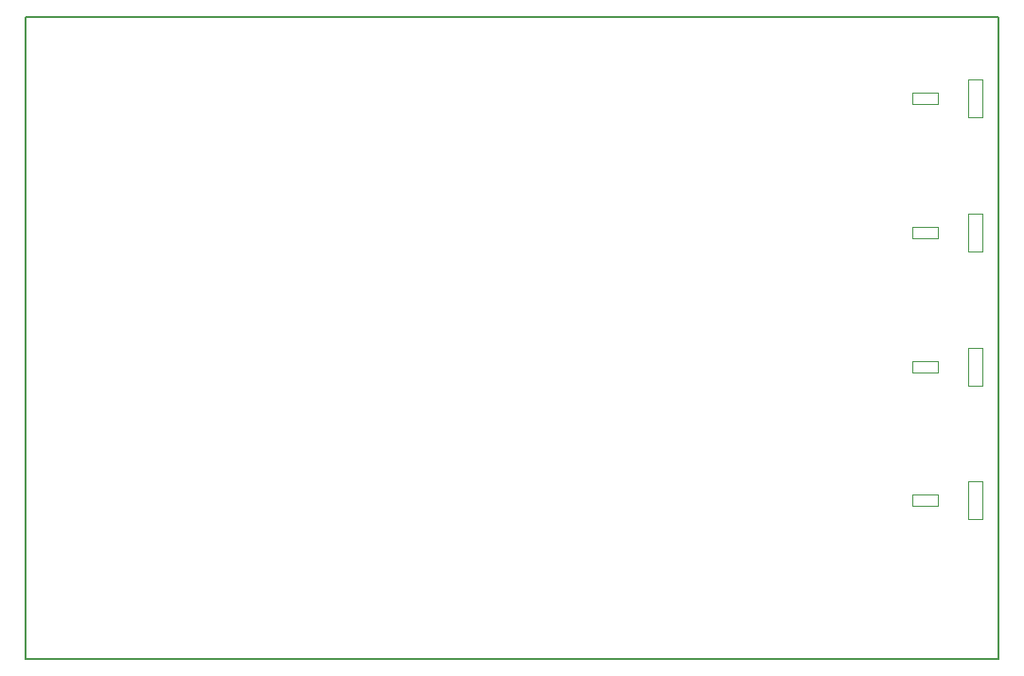
<source format=gbr>
G04 #@! TF.FileFunction,Profile,NP*
%FSLAX46Y46*%
G04 Gerber Fmt 4.6, Leading zero omitted, Abs format (unit mm)*
G04 Created by KiCad (PCBNEW 4.0.7) date Thursday, 23 May 2019 'à' 19:06:03*
%MOMM*%
%LPD*%
G01*
G04 APERTURE LIST*
%ADD10C,0.100000*%
%ADD11C,0.150000*%
G04 APERTURE END LIST*
D10*
D11*
X186900000Y-42000000D02*
X99800000Y-42000000D01*
X186900000Y-99500000D02*
X99800000Y-99500000D01*
X186900000Y-42000000D02*
X186900000Y-99500000D01*
X99800000Y-99500000D02*
X99800000Y-42000000D01*
D10*
X179150000Y-72800000D02*
X181450000Y-72800000D01*
X181450000Y-72800000D02*
X181450000Y-73800000D01*
X181450000Y-73800000D02*
X179150000Y-73800000D01*
X179150000Y-73800000D02*
X179150000Y-72800000D01*
X184150000Y-75000000D02*
X184150000Y-71600000D01*
X184150000Y-71600000D02*
X185450000Y-71600000D01*
X185450000Y-71600000D02*
X185450000Y-75000000D01*
X185450000Y-75000000D02*
X184150000Y-75000000D01*
X179150000Y-48800000D02*
X181450000Y-48800000D01*
X181450000Y-48800000D02*
X181450000Y-49800000D01*
X181450000Y-49800000D02*
X179150000Y-49800000D01*
X179150000Y-49800000D02*
X179150000Y-48800000D01*
X184150000Y-51000000D02*
X184150000Y-47600000D01*
X184150000Y-47600000D02*
X185450000Y-47600000D01*
X185450000Y-47600000D02*
X185450000Y-51000000D01*
X185450000Y-51000000D02*
X184150000Y-51000000D01*
X179150000Y-84800000D02*
X181450000Y-84800000D01*
X181450000Y-84800000D02*
X181450000Y-85800000D01*
X181450000Y-85800000D02*
X179150000Y-85800000D01*
X179150000Y-85800000D02*
X179150000Y-84800000D01*
X184150000Y-87000000D02*
X184150000Y-83600000D01*
X184150000Y-83600000D02*
X185450000Y-83600000D01*
X185450000Y-83600000D02*
X185450000Y-87000000D01*
X185450000Y-87000000D02*
X184150000Y-87000000D01*
X179150000Y-60800000D02*
X181450000Y-60800000D01*
X181450000Y-60800000D02*
X181450000Y-61800000D01*
X181450000Y-61800000D02*
X179150000Y-61800000D01*
X179150000Y-61800000D02*
X179150000Y-60800000D01*
X184150000Y-63000000D02*
X184150000Y-59600000D01*
X184150000Y-59600000D02*
X185450000Y-59600000D01*
X185450000Y-59600000D02*
X185450000Y-63000000D01*
X185450000Y-63000000D02*
X184150000Y-63000000D01*
M02*

</source>
